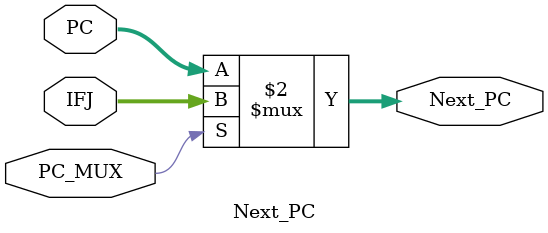
<source format=v>
module Next_PC (
        PC,
        IFJ,
        PC_MUX,
        Next_PC
    );

    input [31 : 0] PC; // 来自pc+4 or branch
    input [31 : 0] IFJ;
    input PC_MUX;

    output [31 : 0] Next_PC;

    assign Next_PC = (PC_MUX == 1'b0) ? PC : IFJ;

endmodule

</source>
